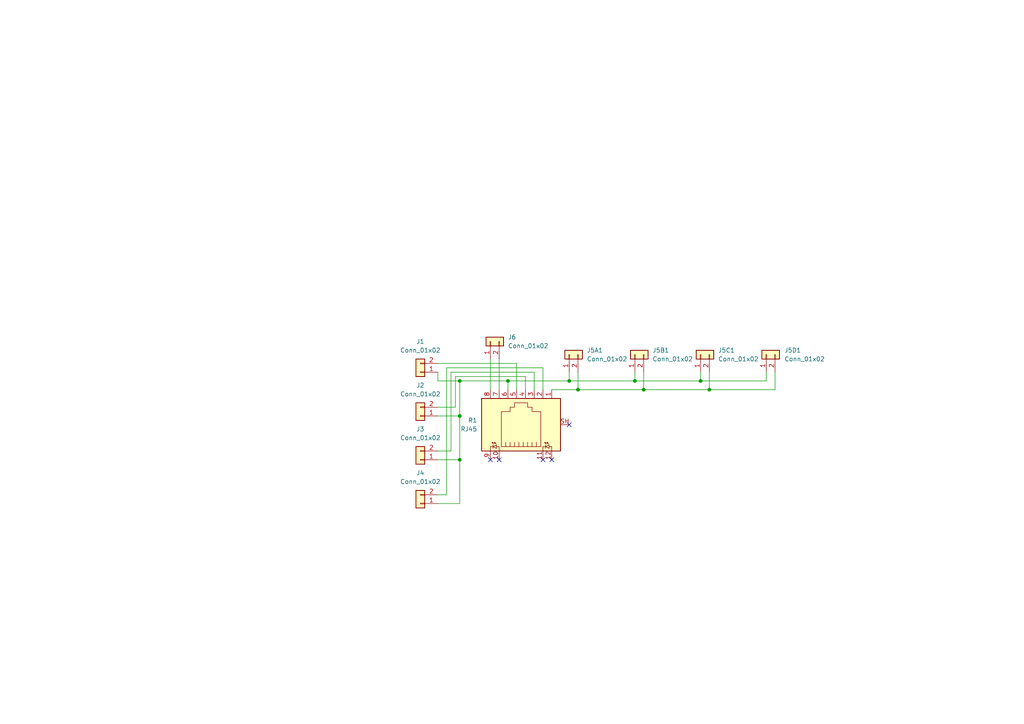
<source format=kicad_sch>
(kicad_sch (version 20211123) (generator eeschema)
  (paper "A4")
  (lib_symbols
    (symbol "Connector:RJ45_LED_Shielded" (pin_names (offset 1.016))
      (property "Reference" "J" (at -5.08 13.97 0))
      (property "Value" "RJ45_LED_Shielded" (at 1.27 13.97 0))
      (symbol "RJ45_LED_Shielded_0_1"
        (polyline (pts (xy -7.62 -7.62) (xy -6.35 -7.62)))
        (polyline (pts (xy -7.62 -5.08) (xy -6.35 -5.08)))
        (polyline (pts (xy -7.62 7.62) (xy -6.35 7.62)))
        (polyline (pts (xy -7.62 10.16) (xy -6.35 10.16)))
        (polyline (pts (xy -6.858 -5.842) (xy -5.842 -5.842)))
        (polyline (pts (xy -6.858 9.398) (xy -5.842 9.398)))
        (polyline (pts (xy -6.35 -7.62) (xy -6.35 -6.858)))
        (polyline (pts (xy -6.35 -5.08) (xy -6.35 -5.842)))
        (polyline (pts (xy -6.35 7.62) (xy -6.35 8.382)))
        (polyline (pts (xy -6.35 10.16) (xy -6.35 9.398)))
        (polyline (pts (xy -5.08 -6.223) (xy -5.207 -6.604)))
        (polyline (pts (xy -5.08 -5.588) (xy -5.207 -5.969)))
        (polyline (pts (xy -5.08 4.445) (xy -6.35 4.445)))
        (polyline (pts (xy -5.08 5.715) (xy -6.35 5.715)))
        (polyline (pts (xy -5.08 9.017) (xy -5.207 8.636)))
        (polyline (pts (xy -5.08 9.652) (xy -5.207 9.271)))
        (polyline (pts (xy -6.35 -3.175) (xy -5.08 -3.175) (xy -5.08 -3.175)))
        (polyline (pts (xy -6.35 -1.905) (xy -5.08 -1.905) (xy -5.08 -1.905)))
        (polyline (pts (xy -6.35 -0.635) (xy -5.08 -0.635) (xy -5.08 -0.635)))
        (polyline (pts (xy -6.35 0.635) (xy -5.08 0.635) (xy -5.08 0.635)))
        (polyline (pts (xy -6.35 1.905) (xy -5.08 1.905) (xy -5.08 1.905)))
        (polyline (pts (xy -5.588 -6.731) (xy -5.08 -6.223) (xy -5.461 -6.35)))
        (polyline (pts (xy -5.588 -6.096) (xy -5.08 -5.588) (xy -5.461 -5.715)))
        (polyline (pts (xy -5.588 8.509) (xy -5.08 9.017) (xy -5.461 8.89)))
        (polyline (pts (xy -5.588 9.144) (xy -5.08 9.652) (xy -5.461 9.525)))
        (polyline (pts (xy -5.08 3.175) (xy -6.35 3.175) (xy -6.35 3.175)))
        (polyline (pts (xy -6.35 -5.842) (xy -6.858 -6.858) (xy -5.842 -6.858) (xy -6.35 -5.842)))
        (polyline (pts (xy -6.35 9.398) (xy -6.858 8.382) (xy -5.842 8.382) (xy -6.35 9.398)))
        (polyline (pts (xy -6.35 -4.445) (xy -6.35 6.985) (xy 3.81 6.985) (xy 3.81 4.445) (xy 5.08 4.445) (xy 5.08 3.175) (xy 6.35 3.175) (xy 6.35 -0.635) (xy 5.08 -0.635) (xy 5.08 -1.905) (xy 3.81 -1.905) (xy 3.81 -4.445) (xy -6.35 -4.445) (xy -6.35 -4.445)))
        (rectangle (start 7.62 12.7) (end -7.62 -10.16) (stroke (width 0.254)) (fill (type background)))
      )
      (symbol "RJ45_LED_Shielded_1_1"
        (pin passive line (at 10.16 -7.62 180) (length 2.54) (name "~") (number "1"))
        (pin passive line (at -10.16 7.62 0) (length 2.54) (name "~") (number "10"))
        (pin passive line (at -10.16 -5.08 0) (length 2.54) (name "~") (number "11"))
        (pin passive line (at -10.16 -7.62 0) (length 2.54) (name "~") (number "12"))
        (pin passive line (at 10.16 -5.08 180) (length 2.54) (name "~") (number "2"))
        (pin passive line (at 10.16 -2.54 180) (length 2.54) (name "~") (number "3"))
        (pin passive line (at 10.16 0 180) (length 2.54) (name "~") (number "4"))
        (pin passive line (at 10.16 2.54 180) (length 2.54) (name "~") (number "5"))
        (pin passive line (at 10.16 5.08 180) (length 2.54) (name "~") (number "6"))
        (pin passive line (at 10.16 7.62 180) (length 2.54) (name "~") (number "7"))
        (pin passive line (at 10.16 10.16 180) (length 2.54) (name "~") (number "8"))
        (pin passive line (at -10.16 10.16 0) (length 2.54) (name "~") (number "9"))
        (pin passive line (at 0 -12.7 90) (length 2.54) (name "~") (number "SH"))
      )
    )
    (symbol "Connector_Generic:Conn_01x02" (pin_names (offset 1.016) hide)
      (property "Reference" "J" (at 0 2.54 0))
      (property "Value" "Conn_01x02" (at 0 -5.08 0))
      (symbol "Conn_01x02_1_1"
        (rectangle (start -1.27 -2.413) (end 0 -2.667) (stroke (width 0.1524)))
        (rectangle (start -1.27 0.127) (end 0 -0.127) (stroke (width 0.1524)))
        (rectangle (start -1.27 1.27) (end 1.27 -3.81) (stroke (width 0.254)) (fill (type background)))
        (pin passive line (at -5.08 0 0) (length 3.81) (name "Pin_1") (number "1"))
        (pin passive line (at -5.08 -2.54 0) (length 3.81) (name "Pin_2") (number "2"))
      )
    )
  )
  (junction (at 133.35 120.65))
  (junction (at 133.35 110.49))
  (junction (at 133.35 133.35))
  (junction (at 205.74 113.03))
  (junction (at 167.64 113.03))
  (junction (at 147.32 110.49))
  (junction (at 203.2 110.49))
  (junction (at 184.15 110.49))
  (junction (at 186.69 113.03))
  (junction (at 165.1 110.49))
  (no_connect (at 165.1 123.19))
  (no_connect (at 142.24 133.35))
  (no_connect (at 144.78 133.35))
  (no_connect (at 157.48 133.35))
  (no_connect (at 160.02 133.35))
  (wire (pts (xy 222.25 110.49) (xy 203.2 110.49)))
  (wire (pts (xy 186.69 113.03) (xy 167.64 113.03)))
  (wire (pts (xy 132.08 109.22) (xy 132.08 118.11)))
  (wire (pts (xy 129.54 143.51) (xy 127 143.51)))
  (wire (pts (xy 133.35 133.35) (xy 133.35 120.65)))
  (wire (pts (xy 203.2 107.95) (xy 203.2 110.49)))
  (wire (pts (xy 127 110.49) (xy 133.35 110.49)))
  (wire (pts (xy 147.32 113.03) (xy 147.32 110.49)))
  (wire (pts (xy 127 133.35) (xy 133.35 133.35)))
  (wire (pts (xy 154.94 113.03) (xy 154.94 107.95)))
  (wire (pts (xy 144.78 104.14) (xy 144.78 113.03)))
  (wire (pts (xy 127 120.65) (xy 133.35 120.65)))
  (wire (pts (xy 142.24 104.14) (xy 142.24 113.03)))
  (wire (pts (xy 184.15 110.49) (xy 165.1 110.49)))
  (wire (pts (xy 165.1 110.49) (xy 165.1 107.95)))
  (wire (pts (xy 133.35 120.65) (xy 133.35 110.49)))
  (wire (pts (xy 154.94 107.95) (xy 130.81 107.95)))
  (wire (pts (xy 133.35 146.05) (xy 133.35 133.35)))
  (wire (pts (xy 133.35 110.49) (xy 147.32 110.49)))
  (wire (pts (xy 152.4 113.03) (xy 152.4 109.22)))
  (wire (pts (xy 130.81 107.95) (xy 130.81 130.81)))
  (wire (pts (xy 205.74 107.95) (xy 205.74 113.03)))
  (wire (pts (xy 147.32 110.49) (xy 165.1 110.49)))
  (wire (pts (xy 157.48 106.68) (xy 129.54 106.68)))
  (wire (pts (xy 186.69 107.95) (xy 186.69 113.03)))
  (wire (pts (xy 184.15 107.95) (xy 184.15 110.49)))
  (wire (pts (xy 203.2 110.49) (xy 184.15 110.49)))
  (wire (pts (xy 132.08 118.11) (xy 127 118.11)))
  (wire (pts (xy 224.79 113.03) (xy 205.74 113.03)))
  (wire (pts (xy 127 146.05) (xy 133.35 146.05)))
  (wire (pts (xy 224.79 107.95) (xy 224.79 113.03)))
  (wire (pts (xy 149.86 113.03) (xy 149.86 105.41)))
  (wire (pts (xy 152.4 109.22) (xy 132.08 109.22)))
  (wire (pts (xy 167.64 113.03) (xy 167.64 107.95)))
  (wire (pts (xy 222.25 107.95) (xy 222.25 110.49)))
  (wire (pts (xy 160.02 113.03) (xy 167.64 113.03)))
  (wire (pts (xy 157.48 113.03) (xy 157.48 106.68)))
  (wire (pts (xy 130.81 130.81) (xy 127 130.81)))
  (wire (pts (xy 127 107.95) (xy 127 110.49)))
  (wire (pts (xy 149.86 105.41) (xy 127 105.41)))
  (wire (pts (xy 205.74 113.03) (xy 186.69 113.03)))
  (wire (pts (xy 129.54 106.68) (xy 129.54 143.51)))
  (symbol (lib_id "Connector_Generic:Conn_01x02") (at 121.92 120.65 180) (unit 1)
    (property "Reference" "J2" (at 121.92 111.76 0))
    (property "Value" "Conn_01x02" (at 121.92 114.3 0))
    (property "Footprint" "Connector_JST:JST_PH_B2B-PH-K_1x02_P2.00mm_Vertical" (effects hide))
  )
  (symbol (lib_id "Connector_Generic:Conn_01x02") (at 184.15 102.87 90) (unit 1)
    (property "Reference" "J5B1" (at 189.23 101.5999 90) (effects (justify right)))
    (property "Value" "Conn_01x02" (at 189.23 104.1399 90) (effects (justify right)))
    (property "Footprint" "Connector_JST:JST_PH_B2B-PH-K_1x02_P2.00mm_Vertical" (effects hide))
  )
  (symbol (lib_id "Connector_Generic:Conn_01x02") (at 165.1 102.87 90) (unit 1)
    (property "Reference" "J5A1" (at 170.18 101.5999 90) (effects (justify right)))
    (property "Value" "Conn_01x02" (at 170.18 104.1399 90) (effects (justify right)))
    (property "Footprint" "Connector_JST:JST_PH_B2B-PH-K_1x02_P2.00mm_Vertical" (effects hide))
  )
  (symbol (lib_id "Connector:RJ45_LED_Shielded") (at 152.4 123.19 90) (unit 1)
    (property "Reference" "R1" (at 138.43 121.9199 90) (effects (justify left)))
    (property "Value" "RJ45" (at 138.43 124.4599 90) (effects (justify left)))
    (property "Footprint" "Connector_RJ:RJ45_BEL_SS74301-00x_Vertical" (effects hide))
  )
  (symbol (lib_id "Connector_Generic:Conn_01x02") (at 121.92 107.95 180) (unit 1)
    (property "Reference" "J1" (at 121.92 99.06 0))
    (property "Value" "Conn_01x02" (at 121.92 101.6 0))
    (property "Footprint" "Connector_JST:JST_PH_B2B-PH-K_1x02_P2.00mm_Vertical" (effects hide))
  )
  (symbol (lib_id "Connector_Generic:Conn_01x02") (at 142.24 99.06 90) (unit 1)
    (property "Reference" "J6" (at 147.32 97.7899 90) (effects (justify right)))
    (property "Value" "Conn_01x02" (at 147.32 100.3299 90) (effects (justify right)))
    (property "Footprint" "Connector_JST:JST_PH_B2B-PH-K_1x02_P2.00mm_Vertical" (effects hide))
  )
  (symbol (lib_id "Connector_Generic:Conn_01x02") (at 203.2 102.87 90) (unit 1)
    (property "Reference" "J5C1" (at 208.28 101.5999 90) (effects (justify right)))
    (property "Value" "Conn_01x02" (at 208.28 104.1399 90) (effects (justify right)))
    (property "Footprint" "Connector_JST:JST_PH_B2B-PH-K_1x02_P2.00mm_Vertical" (effects hide))
  )
  (symbol (lib_id "Connector_Generic:Conn_01x02") (at 121.92 133.35 180) (unit 1)
    (property "Reference" "J3" (at 121.92 124.46 0))
    (property "Value" "Conn_01x02" (at 121.92 127 0))
    (property "Footprint" "Connector_JST:JST_PH_B2B-PH-K_1x02_P2.00mm_Vertical" (effects hide))
  )
  (symbol (lib_id "Connector_Generic:Conn_01x02") (at 121.92 146.05 180) (unit 1)
    (property "Reference" "J4" (at 121.92 137.16 0))
    (property "Value" "Conn_01x02" (at 121.92 139.7 0))
    (property "Footprint" "Connector_JST:JST_PH_B2B-PH-K_1x02_P2.00mm_Vertical" (effects hide))
  )
  (symbol (lib_id "Connector_Generic:Conn_01x02") (at 222.25 102.87 90) (unit 1)
    (property "Reference" "J5D1" (at 227.4853 101.5999 90) (effects (justify right)))
    (property "Value" "Conn_01x02" (at 227.4853 104.1399 90) (effects (justify right)))
    (property "Footprint" "Connector_JST:JST_PH_B2B-PH-K_1x02_P2.00mm_Vertical" (effects hide))
  )
)
</source>
